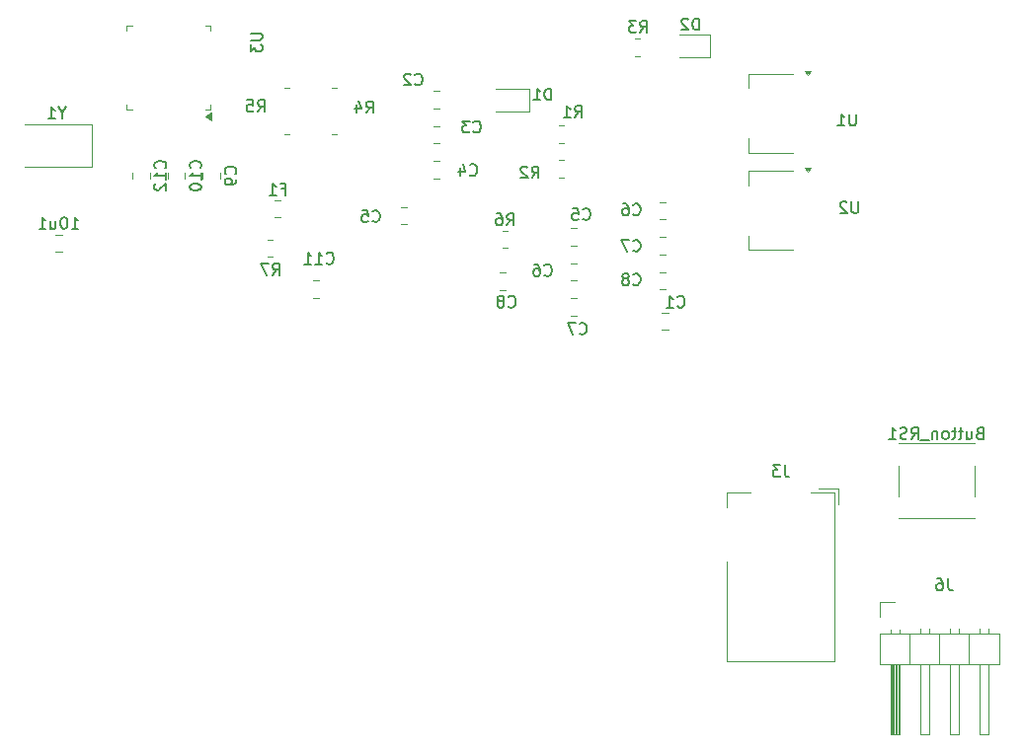
<source format=gbr>
%TF.GenerationSoftware,KiCad,Pcbnew,8.0.1*%
%TF.CreationDate,2024-04-21T10:41:17+07:00*%
%TF.ProjectId,RIFD_Final,52494644-5f46-4696-9e61-6c2e6b696361,rev?*%
%TF.SameCoordinates,Original*%
%TF.FileFunction,Legend,Bot*%
%TF.FilePolarity,Positive*%
%FSLAX46Y46*%
G04 Gerber Fmt 4.6, Leading zero omitted, Abs format (unit mm)*
G04 Created by KiCad (PCBNEW 8.0.1) date 2024-04-21 10:41:17*
%MOMM*%
%LPD*%
G01*
G04 APERTURE LIST*
%ADD10C,0.150000*%
%ADD11C,0.120000*%
G04 APERTURE END LIST*
D10*
X112541666Y-76214580D02*
X112589285Y-76262200D01*
X112589285Y-76262200D02*
X112732142Y-76309819D01*
X112732142Y-76309819D02*
X112827380Y-76309819D01*
X112827380Y-76309819D02*
X112970237Y-76262200D01*
X112970237Y-76262200D02*
X113065475Y-76166961D01*
X113065475Y-76166961D02*
X113113094Y-76071723D01*
X113113094Y-76071723D02*
X113160713Y-75881247D01*
X113160713Y-75881247D02*
X113160713Y-75738390D01*
X113160713Y-75738390D02*
X113113094Y-75547914D01*
X113113094Y-75547914D02*
X113065475Y-75452676D01*
X113065475Y-75452676D02*
X112970237Y-75357438D01*
X112970237Y-75357438D02*
X112827380Y-75309819D01*
X112827380Y-75309819D02*
X112732142Y-75309819D01*
X112732142Y-75309819D02*
X112589285Y-75357438D01*
X112589285Y-75357438D02*
X112541666Y-75405057D01*
X112160713Y-75405057D02*
X112113094Y-75357438D01*
X112113094Y-75357438D02*
X112017856Y-75309819D01*
X112017856Y-75309819D02*
X111779761Y-75309819D01*
X111779761Y-75309819D02*
X111684523Y-75357438D01*
X111684523Y-75357438D02*
X111636904Y-75405057D01*
X111636904Y-75405057D02*
X111589285Y-75500295D01*
X111589285Y-75500295D02*
X111589285Y-75595533D01*
X111589285Y-75595533D02*
X111636904Y-75738390D01*
X111636904Y-75738390D02*
X112208332Y-76309819D01*
X112208332Y-76309819D02*
X111589285Y-76309819D01*
X98429819Y-71863095D02*
X99239342Y-71863095D01*
X99239342Y-71863095D02*
X99334580Y-71910714D01*
X99334580Y-71910714D02*
X99382200Y-71958333D01*
X99382200Y-71958333D02*
X99429819Y-72053571D01*
X99429819Y-72053571D02*
X99429819Y-72244047D01*
X99429819Y-72244047D02*
X99382200Y-72339285D01*
X99382200Y-72339285D02*
X99334580Y-72386904D01*
X99334580Y-72386904D02*
X99239342Y-72434523D01*
X99239342Y-72434523D02*
X98429819Y-72434523D01*
X98429819Y-72815476D02*
X98429819Y-73434523D01*
X98429819Y-73434523D02*
X98810771Y-73101190D01*
X98810771Y-73101190D02*
X98810771Y-73244047D01*
X98810771Y-73244047D02*
X98858390Y-73339285D01*
X98858390Y-73339285D02*
X98906009Y-73386904D01*
X98906009Y-73386904D02*
X99001247Y-73434523D01*
X99001247Y-73434523D02*
X99239342Y-73434523D01*
X99239342Y-73434523D02*
X99334580Y-73386904D01*
X99334580Y-73386904D02*
X99382200Y-73339285D01*
X99382200Y-73339285D02*
X99429819Y-73244047D01*
X99429819Y-73244047D02*
X99429819Y-72958333D01*
X99429819Y-72958333D02*
X99382200Y-72863095D01*
X99382200Y-72863095D02*
X99334580Y-72815476D01*
X108901666Y-87934580D02*
X108949285Y-87982200D01*
X108949285Y-87982200D02*
X109092142Y-88029819D01*
X109092142Y-88029819D02*
X109187380Y-88029819D01*
X109187380Y-88029819D02*
X109330237Y-87982200D01*
X109330237Y-87982200D02*
X109425475Y-87886961D01*
X109425475Y-87886961D02*
X109473094Y-87791723D01*
X109473094Y-87791723D02*
X109520713Y-87601247D01*
X109520713Y-87601247D02*
X109520713Y-87458390D01*
X109520713Y-87458390D02*
X109473094Y-87267914D01*
X109473094Y-87267914D02*
X109425475Y-87172676D01*
X109425475Y-87172676D02*
X109330237Y-87077438D01*
X109330237Y-87077438D02*
X109187380Y-87029819D01*
X109187380Y-87029819D02*
X109092142Y-87029819D01*
X109092142Y-87029819D02*
X108949285Y-87077438D01*
X108949285Y-87077438D02*
X108901666Y-87125057D01*
X107996904Y-87029819D02*
X108473094Y-87029819D01*
X108473094Y-87029819D02*
X108520713Y-87506009D01*
X108520713Y-87506009D02*
X108473094Y-87458390D01*
X108473094Y-87458390D02*
X108377856Y-87410771D01*
X108377856Y-87410771D02*
X108139761Y-87410771D01*
X108139761Y-87410771D02*
X108044523Y-87458390D01*
X108044523Y-87458390D02*
X107996904Y-87506009D01*
X107996904Y-87506009D02*
X107949285Y-87601247D01*
X107949285Y-87601247D02*
X107949285Y-87839342D01*
X107949285Y-87839342D02*
X107996904Y-87934580D01*
X107996904Y-87934580D02*
X108044523Y-87982200D01*
X108044523Y-87982200D02*
X108139761Y-88029819D01*
X108139761Y-88029819D02*
X108377856Y-88029819D01*
X108377856Y-88029819D02*
X108473094Y-87982200D01*
X108473094Y-87982200D02*
X108520713Y-87934580D01*
X136900594Y-71579819D02*
X136900594Y-70579819D01*
X136900594Y-70579819D02*
X136662499Y-70579819D01*
X136662499Y-70579819D02*
X136519642Y-70627438D01*
X136519642Y-70627438D02*
X136424404Y-70722676D01*
X136424404Y-70722676D02*
X136376785Y-70817914D01*
X136376785Y-70817914D02*
X136329166Y-71008390D01*
X136329166Y-71008390D02*
X136329166Y-71151247D01*
X136329166Y-71151247D02*
X136376785Y-71341723D01*
X136376785Y-71341723D02*
X136424404Y-71436961D01*
X136424404Y-71436961D02*
X136519642Y-71532200D01*
X136519642Y-71532200D02*
X136662499Y-71579819D01*
X136662499Y-71579819D02*
X136900594Y-71579819D01*
X135948213Y-70675057D02*
X135900594Y-70627438D01*
X135900594Y-70627438D02*
X135805356Y-70579819D01*
X135805356Y-70579819D02*
X135567261Y-70579819D01*
X135567261Y-70579819D02*
X135472023Y-70627438D01*
X135472023Y-70627438D02*
X135424404Y-70675057D01*
X135424404Y-70675057D02*
X135376785Y-70770295D01*
X135376785Y-70770295D02*
X135376785Y-70865533D01*
X135376785Y-70865533D02*
X135424404Y-71008390D01*
X135424404Y-71008390D02*
X135995832Y-71579819D01*
X135995832Y-71579819D02*
X135376785Y-71579819D01*
X150336904Y-78779819D02*
X150336904Y-79589342D01*
X150336904Y-79589342D02*
X150289285Y-79684580D01*
X150289285Y-79684580D02*
X150241666Y-79732200D01*
X150241666Y-79732200D02*
X150146428Y-79779819D01*
X150146428Y-79779819D02*
X149955952Y-79779819D01*
X149955952Y-79779819D02*
X149860714Y-79732200D01*
X149860714Y-79732200D02*
X149813095Y-79684580D01*
X149813095Y-79684580D02*
X149765476Y-79589342D01*
X149765476Y-79589342D02*
X149765476Y-78779819D01*
X148765476Y-79779819D02*
X149336904Y-79779819D01*
X149051190Y-79779819D02*
X149051190Y-78779819D01*
X149051190Y-78779819D02*
X149146428Y-78922676D01*
X149146428Y-78922676D02*
X149241666Y-79017914D01*
X149241666Y-79017914D02*
X149336904Y-79065533D01*
X135041666Y-95284580D02*
X135089285Y-95332200D01*
X135089285Y-95332200D02*
X135232142Y-95379819D01*
X135232142Y-95379819D02*
X135327380Y-95379819D01*
X135327380Y-95379819D02*
X135470237Y-95332200D01*
X135470237Y-95332200D02*
X135565475Y-95236961D01*
X135565475Y-95236961D02*
X135613094Y-95141723D01*
X135613094Y-95141723D02*
X135660713Y-94951247D01*
X135660713Y-94951247D02*
X135660713Y-94808390D01*
X135660713Y-94808390D02*
X135613094Y-94617914D01*
X135613094Y-94617914D02*
X135565475Y-94522676D01*
X135565475Y-94522676D02*
X135470237Y-94427438D01*
X135470237Y-94427438D02*
X135327380Y-94379819D01*
X135327380Y-94379819D02*
X135232142Y-94379819D01*
X135232142Y-94379819D02*
X135089285Y-94427438D01*
X135089285Y-94427438D02*
X135041666Y-94475057D01*
X134089285Y-95379819D02*
X134660713Y-95379819D01*
X134374999Y-95379819D02*
X134374999Y-94379819D01*
X134374999Y-94379819D02*
X134470237Y-94522676D01*
X134470237Y-94522676D02*
X134565475Y-94617914D01*
X134565475Y-94617914D02*
X134660713Y-94665533D01*
X123641666Y-92584580D02*
X123689285Y-92632200D01*
X123689285Y-92632200D02*
X123832142Y-92679819D01*
X123832142Y-92679819D02*
X123927380Y-92679819D01*
X123927380Y-92679819D02*
X124070237Y-92632200D01*
X124070237Y-92632200D02*
X124165475Y-92536961D01*
X124165475Y-92536961D02*
X124213094Y-92441723D01*
X124213094Y-92441723D02*
X124260713Y-92251247D01*
X124260713Y-92251247D02*
X124260713Y-92108390D01*
X124260713Y-92108390D02*
X124213094Y-91917914D01*
X124213094Y-91917914D02*
X124165475Y-91822676D01*
X124165475Y-91822676D02*
X124070237Y-91727438D01*
X124070237Y-91727438D02*
X123927380Y-91679819D01*
X123927380Y-91679819D02*
X123832142Y-91679819D01*
X123832142Y-91679819D02*
X123689285Y-91727438D01*
X123689285Y-91727438D02*
X123641666Y-91775057D01*
X122784523Y-91679819D02*
X122974999Y-91679819D01*
X122974999Y-91679819D02*
X123070237Y-91727438D01*
X123070237Y-91727438D02*
X123117856Y-91775057D01*
X123117856Y-91775057D02*
X123213094Y-91917914D01*
X123213094Y-91917914D02*
X123260713Y-92108390D01*
X123260713Y-92108390D02*
X123260713Y-92489342D01*
X123260713Y-92489342D02*
X123213094Y-92584580D01*
X123213094Y-92584580D02*
X123165475Y-92632200D01*
X123165475Y-92632200D02*
X123070237Y-92679819D01*
X123070237Y-92679819D02*
X122879761Y-92679819D01*
X122879761Y-92679819D02*
X122784523Y-92632200D01*
X122784523Y-92632200D02*
X122736904Y-92584580D01*
X122736904Y-92584580D02*
X122689285Y-92489342D01*
X122689285Y-92489342D02*
X122689285Y-92251247D01*
X122689285Y-92251247D02*
X122736904Y-92156009D01*
X122736904Y-92156009D02*
X122784523Y-92108390D01*
X122784523Y-92108390D02*
X122879761Y-92060771D01*
X122879761Y-92060771D02*
X123070237Y-92060771D01*
X123070237Y-92060771D02*
X123165475Y-92108390D01*
X123165475Y-92108390D02*
X123213094Y-92156009D01*
X123213094Y-92156009D02*
X123260713Y-92251247D01*
X126641666Y-97584580D02*
X126689285Y-97632200D01*
X126689285Y-97632200D02*
X126832142Y-97679819D01*
X126832142Y-97679819D02*
X126927380Y-97679819D01*
X126927380Y-97679819D02*
X127070237Y-97632200D01*
X127070237Y-97632200D02*
X127165475Y-97536961D01*
X127165475Y-97536961D02*
X127213094Y-97441723D01*
X127213094Y-97441723D02*
X127260713Y-97251247D01*
X127260713Y-97251247D02*
X127260713Y-97108390D01*
X127260713Y-97108390D02*
X127213094Y-96917914D01*
X127213094Y-96917914D02*
X127165475Y-96822676D01*
X127165475Y-96822676D02*
X127070237Y-96727438D01*
X127070237Y-96727438D02*
X126927380Y-96679819D01*
X126927380Y-96679819D02*
X126832142Y-96679819D01*
X126832142Y-96679819D02*
X126689285Y-96727438D01*
X126689285Y-96727438D02*
X126641666Y-96775057D01*
X126308332Y-96679819D02*
X125641666Y-96679819D01*
X125641666Y-96679819D02*
X126070237Y-97679819D01*
X150536904Y-86279819D02*
X150536904Y-87089342D01*
X150536904Y-87089342D02*
X150489285Y-87184580D01*
X150489285Y-87184580D02*
X150441666Y-87232200D01*
X150441666Y-87232200D02*
X150346428Y-87279819D01*
X150346428Y-87279819D02*
X150155952Y-87279819D01*
X150155952Y-87279819D02*
X150060714Y-87232200D01*
X150060714Y-87232200D02*
X150013095Y-87184580D01*
X150013095Y-87184580D02*
X149965476Y-87089342D01*
X149965476Y-87089342D02*
X149965476Y-86279819D01*
X149536904Y-86375057D02*
X149489285Y-86327438D01*
X149489285Y-86327438D02*
X149394047Y-86279819D01*
X149394047Y-86279819D02*
X149155952Y-86279819D01*
X149155952Y-86279819D02*
X149060714Y-86327438D01*
X149060714Y-86327438D02*
X149013095Y-86375057D01*
X149013095Y-86375057D02*
X148965476Y-86470295D01*
X148965476Y-86470295D02*
X148965476Y-86565533D01*
X148965476Y-86565533D02*
X149013095Y-86708390D01*
X149013095Y-86708390D02*
X149584523Y-87279819D01*
X149584523Y-87279819D02*
X148965476Y-87279819D01*
X158233333Y-118654819D02*
X158233333Y-119369104D01*
X158233333Y-119369104D02*
X158280952Y-119511961D01*
X158280952Y-119511961D02*
X158376190Y-119607200D01*
X158376190Y-119607200D02*
X158519047Y-119654819D01*
X158519047Y-119654819D02*
X158614285Y-119654819D01*
X157328571Y-118654819D02*
X157519047Y-118654819D01*
X157519047Y-118654819D02*
X157614285Y-118702438D01*
X157614285Y-118702438D02*
X157661904Y-118750057D01*
X157661904Y-118750057D02*
X157757142Y-118892914D01*
X157757142Y-118892914D02*
X157804761Y-119083390D01*
X157804761Y-119083390D02*
X157804761Y-119464342D01*
X157804761Y-119464342D02*
X157757142Y-119559580D01*
X157757142Y-119559580D02*
X157709523Y-119607200D01*
X157709523Y-119607200D02*
X157614285Y-119654819D01*
X157614285Y-119654819D02*
X157423809Y-119654819D01*
X157423809Y-119654819D02*
X157328571Y-119607200D01*
X157328571Y-119607200D02*
X157280952Y-119559580D01*
X157280952Y-119559580D02*
X157233333Y-119464342D01*
X157233333Y-119464342D02*
X157233333Y-119226247D01*
X157233333Y-119226247D02*
X157280952Y-119131009D01*
X157280952Y-119131009D02*
X157328571Y-119083390D01*
X157328571Y-119083390D02*
X157423809Y-119035771D01*
X157423809Y-119035771D02*
X157614285Y-119035771D01*
X157614285Y-119035771D02*
X157709523Y-119083390D01*
X157709523Y-119083390D02*
X157757142Y-119131009D01*
X157757142Y-119131009D02*
X157804761Y-119226247D01*
X131241666Y-90484580D02*
X131289285Y-90532200D01*
X131289285Y-90532200D02*
X131432142Y-90579819D01*
X131432142Y-90579819D02*
X131527380Y-90579819D01*
X131527380Y-90579819D02*
X131670237Y-90532200D01*
X131670237Y-90532200D02*
X131765475Y-90436961D01*
X131765475Y-90436961D02*
X131813094Y-90341723D01*
X131813094Y-90341723D02*
X131860713Y-90151247D01*
X131860713Y-90151247D02*
X131860713Y-90008390D01*
X131860713Y-90008390D02*
X131813094Y-89817914D01*
X131813094Y-89817914D02*
X131765475Y-89722676D01*
X131765475Y-89722676D02*
X131670237Y-89627438D01*
X131670237Y-89627438D02*
X131527380Y-89579819D01*
X131527380Y-89579819D02*
X131432142Y-89579819D01*
X131432142Y-89579819D02*
X131289285Y-89627438D01*
X131289285Y-89627438D02*
X131241666Y-89675057D01*
X130908332Y-89579819D02*
X130241666Y-89579819D01*
X130241666Y-89579819D02*
X130670237Y-90579819D01*
X126941666Y-87784580D02*
X126989285Y-87832200D01*
X126989285Y-87832200D02*
X127132142Y-87879819D01*
X127132142Y-87879819D02*
X127227380Y-87879819D01*
X127227380Y-87879819D02*
X127370237Y-87832200D01*
X127370237Y-87832200D02*
X127465475Y-87736961D01*
X127465475Y-87736961D02*
X127513094Y-87641723D01*
X127513094Y-87641723D02*
X127560713Y-87451247D01*
X127560713Y-87451247D02*
X127560713Y-87308390D01*
X127560713Y-87308390D02*
X127513094Y-87117914D01*
X127513094Y-87117914D02*
X127465475Y-87022676D01*
X127465475Y-87022676D02*
X127370237Y-86927438D01*
X127370237Y-86927438D02*
X127227380Y-86879819D01*
X127227380Y-86879819D02*
X127132142Y-86879819D01*
X127132142Y-86879819D02*
X126989285Y-86927438D01*
X126989285Y-86927438D02*
X126941666Y-86975057D01*
X126036904Y-86879819D02*
X126513094Y-86879819D01*
X126513094Y-86879819D02*
X126560713Y-87356009D01*
X126560713Y-87356009D02*
X126513094Y-87308390D01*
X126513094Y-87308390D02*
X126417856Y-87260771D01*
X126417856Y-87260771D02*
X126179761Y-87260771D01*
X126179761Y-87260771D02*
X126084523Y-87308390D01*
X126084523Y-87308390D02*
X126036904Y-87356009D01*
X126036904Y-87356009D02*
X125989285Y-87451247D01*
X125989285Y-87451247D02*
X125989285Y-87689342D01*
X125989285Y-87689342D02*
X126036904Y-87784580D01*
X126036904Y-87784580D02*
X126084523Y-87832200D01*
X126084523Y-87832200D02*
X126179761Y-87879819D01*
X126179761Y-87879819D02*
X126417856Y-87879819D01*
X126417856Y-87879819D02*
X126513094Y-87832200D01*
X126513094Y-87832200D02*
X126560713Y-87784580D01*
X126241666Y-79079819D02*
X126574999Y-78603628D01*
X126813094Y-79079819D02*
X126813094Y-78079819D01*
X126813094Y-78079819D02*
X126432142Y-78079819D01*
X126432142Y-78079819D02*
X126336904Y-78127438D01*
X126336904Y-78127438D02*
X126289285Y-78175057D01*
X126289285Y-78175057D02*
X126241666Y-78270295D01*
X126241666Y-78270295D02*
X126241666Y-78413152D01*
X126241666Y-78413152D02*
X126289285Y-78508390D01*
X126289285Y-78508390D02*
X126336904Y-78556009D01*
X126336904Y-78556009D02*
X126432142Y-78603628D01*
X126432142Y-78603628D02*
X126813094Y-78603628D01*
X125289285Y-79079819D02*
X125860713Y-79079819D01*
X125574999Y-79079819D02*
X125574999Y-78079819D01*
X125574999Y-78079819D02*
X125670237Y-78222676D01*
X125670237Y-78222676D02*
X125765475Y-78317914D01*
X125765475Y-78317914D02*
X125860713Y-78365533D01*
X101108333Y-85206009D02*
X101441666Y-85206009D01*
X101441666Y-85729819D02*
X101441666Y-84729819D01*
X101441666Y-84729819D02*
X100965476Y-84729819D01*
X100060714Y-85729819D02*
X100632142Y-85729819D01*
X100346428Y-85729819D02*
X100346428Y-84729819D01*
X100346428Y-84729819D02*
X100441666Y-84872676D01*
X100441666Y-84872676D02*
X100536904Y-84967914D01*
X100536904Y-84967914D02*
X100632142Y-85015533D01*
X144233333Y-108904819D02*
X144233333Y-109619104D01*
X144233333Y-109619104D02*
X144280952Y-109761961D01*
X144280952Y-109761961D02*
X144376190Y-109857200D01*
X144376190Y-109857200D02*
X144519047Y-109904819D01*
X144519047Y-109904819D02*
X144614285Y-109904819D01*
X143852380Y-108904819D02*
X143233333Y-108904819D01*
X143233333Y-108904819D02*
X143566666Y-109285771D01*
X143566666Y-109285771D02*
X143423809Y-109285771D01*
X143423809Y-109285771D02*
X143328571Y-109333390D01*
X143328571Y-109333390D02*
X143280952Y-109381009D01*
X143280952Y-109381009D02*
X143233333Y-109476247D01*
X143233333Y-109476247D02*
X143233333Y-109714342D01*
X143233333Y-109714342D02*
X143280952Y-109809580D01*
X143280952Y-109809580D02*
X143328571Y-109857200D01*
X143328571Y-109857200D02*
X143423809Y-109904819D01*
X143423809Y-109904819D02*
X143709523Y-109904819D01*
X143709523Y-109904819D02*
X143804761Y-109857200D01*
X143804761Y-109857200D02*
X143852380Y-109809580D01*
X117541666Y-80284580D02*
X117589285Y-80332200D01*
X117589285Y-80332200D02*
X117732142Y-80379819D01*
X117732142Y-80379819D02*
X117827380Y-80379819D01*
X117827380Y-80379819D02*
X117970237Y-80332200D01*
X117970237Y-80332200D02*
X118065475Y-80236961D01*
X118065475Y-80236961D02*
X118113094Y-80141723D01*
X118113094Y-80141723D02*
X118160713Y-79951247D01*
X118160713Y-79951247D02*
X118160713Y-79808390D01*
X118160713Y-79808390D02*
X118113094Y-79617914D01*
X118113094Y-79617914D02*
X118065475Y-79522676D01*
X118065475Y-79522676D02*
X117970237Y-79427438D01*
X117970237Y-79427438D02*
X117827380Y-79379819D01*
X117827380Y-79379819D02*
X117732142Y-79379819D01*
X117732142Y-79379819D02*
X117589285Y-79427438D01*
X117589285Y-79427438D02*
X117541666Y-79475057D01*
X117208332Y-79379819D02*
X116589285Y-79379819D01*
X116589285Y-79379819D02*
X116922618Y-79760771D01*
X116922618Y-79760771D02*
X116779761Y-79760771D01*
X116779761Y-79760771D02*
X116684523Y-79808390D01*
X116684523Y-79808390D02*
X116636904Y-79856009D01*
X116636904Y-79856009D02*
X116589285Y-79951247D01*
X116589285Y-79951247D02*
X116589285Y-80189342D01*
X116589285Y-80189342D02*
X116636904Y-80284580D01*
X116636904Y-80284580D02*
X116684523Y-80332200D01*
X116684523Y-80332200D02*
X116779761Y-80379819D01*
X116779761Y-80379819D02*
X117065475Y-80379819D01*
X117065475Y-80379819D02*
X117160713Y-80332200D01*
X117160713Y-80332200D02*
X117208332Y-80284580D01*
X120414166Y-88324819D02*
X120747499Y-87848628D01*
X120985594Y-88324819D02*
X120985594Y-87324819D01*
X120985594Y-87324819D02*
X120604642Y-87324819D01*
X120604642Y-87324819D02*
X120509404Y-87372438D01*
X120509404Y-87372438D02*
X120461785Y-87420057D01*
X120461785Y-87420057D02*
X120414166Y-87515295D01*
X120414166Y-87515295D02*
X120414166Y-87658152D01*
X120414166Y-87658152D02*
X120461785Y-87753390D01*
X120461785Y-87753390D02*
X120509404Y-87801009D01*
X120509404Y-87801009D02*
X120604642Y-87848628D01*
X120604642Y-87848628D02*
X120985594Y-87848628D01*
X119557023Y-87324819D02*
X119747499Y-87324819D01*
X119747499Y-87324819D02*
X119842737Y-87372438D01*
X119842737Y-87372438D02*
X119890356Y-87420057D01*
X119890356Y-87420057D02*
X119985594Y-87562914D01*
X119985594Y-87562914D02*
X120033213Y-87753390D01*
X120033213Y-87753390D02*
X120033213Y-88134342D01*
X120033213Y-88134342D02*
X119985594Y-88229580D01*
X119985594Y-88229580D02*
X119937975Y-88277200D01*
X119937975Y-88277200D02*
X119842737Y-88324819D01*
X119842737Y-88324819D02*
X119652261Y-88324819D01*
X119652261Y-88324819D02*
X119557023Y-88277200D01*
X119557023Y-88277200D02*
X119509404Y-88229580D01*
X119509404Y-88229580D02*
X119461785Y-88134342D01*
X119461785Y-88134342D02*
X119461785Y-87896247D01*
X119461785Y-87896247D02*
X119509404Y-87801009D01*
X119509404Y-87801009D02*
X119557023Y-87753390D01*
X119557023Y-87753390D02*
X119652261Y-87705771D01*
X119652261Y-87705771D02*
X119842737Y-87705771D01*
X119842737Y-87705771D02*
X119937975Y-87753390D01*
X119937975Y-87753390D02*
X119985594Y-87801009D01*
X119985594Y-87801009D02*
X120033213Y-87896247D01*
X82276190Y-78678628D02*
X82276190Y-79154819D01*
X82609523Y-78154819D02*
X82276190Y-78678628D01*
X82276190Y-78678628D02*
X81942857Y-78154819D01*
X81085714Y-79154819D02*
X81657142Y-79154819D01*
X81371428Y-79154819D02*
X81371428Y-78154819D01*
X81371428Y-78154819D02*
X81466666Y-78297676D01*
X81466666Y-78297676D02*
X81561904Y-78392914D01*
X81561904Y-78392914D02*
X81657142Y-78440533D01*
X160940476Y-106131009D02*
X160797619Y-106178628D01*
X160797619Y-106178628D02*
X160750000Y-106226247D01*
X160750000Y-106226247D02*
X160702381Y-106321485D01*
X160702381Y-106321485D02*
X160702381Y-106464342D01*
X160702381Y-106464342D02*
X160750000Y-106559580D01*
X160750000Y-106559580D02*
X160797619Y-106607200D01*
X160797619Y-106607200D02*
X160892857Y-106654819D01*
X160892857Y-106654819D02*
X161273809Y-106654819D01*
X161273809Y-106654819D02*
X161273809Y-105654819D01*
X161273809Y-105654819D02*
X160940476Y-105654819D01*
X160940476Y-105654819D02*
X160845238Y-105702438D01*
X160845238Y-105702438D02*
X160797619Y-105750057D01*
X160797619Y-105750057D02*
X160750000Y-105845295D01*
X160750000Y-105845295D02*
X160750000Y-105940533D01*
X160750000Y-105940533D02*
X160797619Y-106035771D01*
X160797619Y-106035771D02*
X160845238Y-106083390D01*
X160845238Y-106083390D02*
X160940476Y-106131009D01*
X160940476Y-106131009D02*
X161273809Y-106131009D01*
X159845238Y-105988152D02*
X159845238Y-106654819D01*
X160273809Y-105988152D02*
X160273809Y-106511961D01*
X160273809Y-106511961D02*
X160226190Y-106607200D01*
X160226190Y-106607200D02*
X160130952Y-106654819D01*
X160130952Y-106654819D02*
X159988095Y-106654819D01*
X159988095Y-106654819D02*
X159892857Y-106607200D01*
X159892857Y-106607200D02*
X159845238Y-106559580D01*
X159511904Y-105988152D02*
X159130952Y-105988152D01*
X159369047Y-105654819D02*
X159369047Y-106511961D01*
X159369047Y-106511961D02*
X159321428Y-106607200D01*
X159321428Y-106607200D02*
X159226190Y-106654819D01*
X159226190Y-106654819D02*
X159130952Y-106654819D01*
X158940475Y-105988152D02*
X158559523Y-105988152D01*
X158797618Y-105654819D02*
X158797618Y-106511961D01*
X158797618Y-106511961D02*
X158749999Y-106607200D01*
X158749999Y-106607200D02*
X158654761Y-106654819D01*
X158654761Y-106654819D02*
X158559523Y-106654819D01*
X158083332Y-106654819D02*
X158178570Y-106607200D01*
X158178570Y-106607200D02*
X158226189Y-106559580D01*
X158226189Y-106559580D02*
X158273808Y-106464342D01*
X158273808Y-106464342D02*
X158273808Y-106178628D01*
X158273808Y-106178628D02*
X158226189Y-106083390D01*
X158226189Y-106083390D02*
X158178570Y-106035771D01*
X158178570Y-106035771D02*
X158083332Y-105988152D01*
X158083332Y-105988152D02*
X157940475Y-105988152D01*
X157940475Y-105988152D02*
X157845237Y-106035771D01*
X157845237Y-106035771D02*
X157797618Y-106083390D01*
X157797618Y-106083390D02*
X157749999Y-106178628D01*
X157749999Y-106178628D02*
X157749999Y-106464342D01*
X157749999Y-106464342D02*
X157797618Y-106559580D01*
X157797618Y-106559580D02*
X157845237Y-106607200D01*
X157845237Y-106607200D02*
X157940475Y-106654819D01*
X157940475Y-106654819D02*
X158083332Y-106654819D01*
X157321427Y-105988152D02*
X157321427Y-106654819D01*
X157321427Y-106083390D02*
X157273808Y-106035771D01*
X157273808Y-106035771D02*
X157178570Y-105988152D01*
X157178570Y-105988152D02*
X157035713Y-105988152D01*
X157035713Y-105988152D02*
X156940475Y-106035771D01*
X156940475Y-106035771D02*
X156892856Y-106131009D01*
X156892856Y-106131009D02*
X156892856Y-106654819D01*
X156654761Y-106750057D02*
X155892856Y-106750057D01*
X155083332Y-106654819D02*
X155416665Y-106178628D01*
X155654760Y-106654819D02*
X155654760Y-105654819D01*
X155654760Y-105654819D02*
X155273808Y-105654819D01*
X155273808Y-105654819D02*
X155178570Y-105702438D01*
X155178570Y-105702438D02*
X155130951Y-105750057D01*
X155130951Y-105750057D02*
X155083332Y-105845295D01*
X155083332Y-105845295D02*
X155083332Y-105988152D01*
X155083332Y-105988152D02*
X155130951Y-106083390D01*
X155130951Y-106083390D02*
X155178570Y-106131009D01*
X155178570Y-106131009D02*
X155273808Y-106178628D01*
X155273808Y-106178628D02*
X155654760Y-106178628D01*
X154702379Y-106607200D02*
X154559522Y-106654819D01*
X154559522Y-106654819D02*
X154321427Y-106654819D01*
X154321427Y-106654819D02*
X154226189Y-106607200D01*
X154226189Y-106607200D02*
X154178570Y-106559580D01*
X154178570Y-106559580D02*
X154130951Y-106464342D01*
X154130951Y-106464342D02*
X154130951Y-106369104D01*
X154130951Y-106369104D02*
X154178570Y-106273866D01*
X154178570Y-106273866D02*
X154226189Y-106226247D01*
X154226189Y-106226247D02*
X154321427Y-106178628D01*
X154321427Y-106178628D02*
X154511903Y-106131009D01*
X154511903Y-106131009D02*
X154607141Y-106083390D01*
X154607141Y-106083390D02*
X154654760Y-106035771D01*
X154654760Y-106035771D02*
X154702379Y-105940533D01*
X154702379Y-105940533D02*
X154702379Y-105845295D01*
X154702379Y-105845295D02*
X154654760Y-105750057D01*
X154654760Y-105750057D02*
X154607141Y-105702438D01*
X154607141Y-105702438D02*
X154511903Y-105654819D01*
X154511903Y-105654819D02*
X154273808Y-105654819D01*
X154273808Y-105654819D02*
X154130951Y-105702438D01*
X153178570Y-106654819D02*
X153749998Y-106654819D01*
X153464284Y-106654819D02*
X153464284Y-105654819D01*
X153464284Y-105654819D02*
X153559522Y-105797676D01*
X153559522Y-105797676D02*
X153654760Y-105892914D01*
X153654760Y-105892914D02*
X153749998Y-105940533D01*
X83104047Y-88624819D02*
X83675475Y-88624819D01*
X83389761Y-88624819D02*
X83389761Y-87624819D01*
X83389761Y-87624819D02*
X83484999Y-87767676D01*
X83484999Y-87767676D02*
X83580237Y-87862914D01*
X83580237Y-87862914D02*
X83675475Y-87910533D01*
X82484999Y-87624819D02*
X82389761Y-87624819D01*
X82389761Y-87624819D02*
X82294523Y-87672438D01*
X82294523Y-87672438D02*
X82246904Y-87720057D01*
X82246904Y-87720057D02*
X82199285Y-87815295D01*
X82199285Y-87815295D02*
X82151666Y-88005771D01*
X82151666Y-88005771D02*
X82151666Y-88243866D01*
X82151666Y-88243866D02*
X82199285Y-88434342D01*
X82199285Y-88434342D02*
X82246904Y-88529580D01*
X82246904Y-88529580D02*
X82294523Y-88577200D01*
X82294523Y-88577200D02*
X82389761Y-88624819D01*
X82389761Y-88624819D02*
X82484999Y-88624819D01*
X82484999Y-88624819D02*
X82580237Y-88577200D01*
X82580237Y-88577200D02*
X82627856Y-88529580D01*
X82627856Y-88529580D02*
X82675475Y-88434342D01*
X82675475Y-88434342D02*
X82723094Y-88243866D01*
X82723094Y-88243866D02*
X82723094Y-88005771D01*
X82723094Y-88005771D02*
X82675475Y-87815295D01*
X82675475Y-87815295D02*
X82627856Y-87720057D01*
X82627856Y-87720057D02*
X82580237Y-87672438D01*
X82580237Y-87672438D02*
X82484999Y-87624819D01*
X81294523Y-87958152D02*
X81294523Y-88624819D01*
X81723094Y-87958152D02*
X81723094Y-88481961D01*
X81723094Y-88481961D02*
X81675475Y-88577200D01*
X81675475Y-88577200D02*
X81580237Y-88624819D01*
X81580237Y-88624819D02*
X81437380Y-88624819D01*
X81437380Y-88624819D02*
X81342142Y-88577200D01*
X81342142Y-88577200D02*
X81294523Y-88529580D01*
X80294523Y-88624819D02*
X80865951Y-88624819D01*
X80580237Y-88624819D02*
X80580237Y-87624819D01*
X80580237Y-87624819D02*
X80675475Y-87767676D01*
X80675475Y-87767676D02*
X80770713Y-87862914D01*
X80770713Y-87862914D02*
X80865951Y-87910533D01*
X117241666Y-83984580D02*
X117289285Y-84032200D01*
X117289285Y-84032200D02*
X117432142Y-84079819D01*
X117432142Y-84079819D02*
X117527380Y-84079819D01*
X117527380Y-84079819D02*
X117670237Y-84032200D01*
X117670237Y-84032200D02*
X117765475Y-83936961D01*
X117765475Y-83936961D02*
X117813094Y-83841723D01*
X117813094Y-83841723D02*
X117860713Y-83651247D01*
X117860713Y-83651247D02*
X117860713Y-83508390D01*
X117860713Y-83508390D02*
X117813094Y-83317914D01*
X117813094Y-83317914D02*
X117765475Y-83222676D01*
X117765475Y-83222676D02*
X117670237Y-83127438D01*
X117670237Y-83127438D02*
X117527380Y-83079819D01*
X117527380Y-83079819D02*
X117432142Y-83079819D01*
X117432142Y-83079819D02*
X117289285Y-83127438D01*
X117289285Y-83127438D02*
X117241666Y-83175057D01*
X116384523Y-83413152D02*
X116384523Y-84079819D01*
X116622618Y-83032200D02*
X116860713Y-83746485D01*
X116860713Y-83746485D02*
X116241666Y-83746485D01*
X104942857Y-91559580D02*
X104990476Y-91607200D01*
X104990476Y-91607200D02*
X105133333Y-91654819D01*
X105133333Y-91654819D02*
X105228571Y-91654819D01*
X105228571Y-91654819D02*
X105371428Y-91607200D01*
X105371428Y-91607200D02*
X105466666Y-91511961D01*
X105466666Y-91511961D02*
X105514285Y-91416723D01*
X105514285Y-91416723D02*
X105561904Y-91226247D01*
X105561904Y-91226247D02*
X105561904Y-91083390D01*
X105561904Y-91083390D02*
X105514285Y-90892914D01*
X105514285Y-90892914D02*
X105466666Y-90797676D01*
X105466666Y-90797676D02*
X105371428Y-90702438D01*
X105371428Y-90702438D02*
X105228571Y-90654819D01*
X105228571Y-90654819D02*
X105133333Y-90654819D01*
X105133333Y-90654819D02*
X104990476Y-90702438D01*
X104990476Y-90702438D02*
X104942857Y-90750057D01*
X103990476Y-91654819D02*
X104561904Y-91654819D01*
X104276190Y-91654819D02*
X104276190Y-90654819D01*
X104276190Y-90654819D02*
X104371428Y-90797676D01*
X104371428Y-90797676D02*
X104466666Y-90892914D01*
X104466666Y-90892914D02*
X104561904Y-90940533D01*
X103038095Y-91654819D02*
X103609523Y-91654819D01*
X103323809Y-91654819D02*
X103323809Y-90654819D01*
X103323809Y-90654819D02*
X103419047Y-90797676D01*
X103419047Y-90797676D02*
X103514285Y-90892914D01*
X103514285Y-90892914D02*
X103609523Y-90940533D01*
X100341666Y-92594819D02*
X100674999Y-92118628D01*
X100913094Y-92594819D02*
X100913094Y-91594819D01*
X100913094Y-91594819D02*
X100532142Y-91594819D01*
X100532142Y-91594819D02*
X100436904Y-91642438D01*
X100436904Y-91642438D02*
X100389285Y-91690057D01*
X100389285Y-91690057D02*
X100341666Y-91785295D01*
X100341666Y-91785295D02*
X100341666Y-91928152D01*
X100341666Y-91928152D02*
X100389285Y-92023390D01*
X100389285Y-92023390D02*
X100436904Y-92071009D01*
X100436904Y-92071009D02*
X100532142Y-92118628D01*
X100532142Y-92118628D02*
X100913094Y-92118628D01*
X100008332Y-91594819D02*
X99341666Y-91594819D01*
X99341666Y-91594819D02*
X99770237Y-92594819D01*
X97114580Y-83908333D02*
X97162200Y-83860714D01*
X97162200Y-83860714D02*
X97209819Y-83717857D01*
X97209819Y-83717857D02*
X97209819Y-83622619D01*
X97209819Y-83622619D02*
X97162200Y-83479762D01*
X97162200Y-83479762D02*
X97066961Y-83384524D01*
X97066961Y-83384524D02*
X96971723Y-83336905D01*
X96971723Y-83336905D02*
X96781247Y-83289286D01*
X96781247Y-83289286D02*
X96638390Y-83289286D01*
X96638390Y-83289286D02*
X96447914Y-83336905D01*
X96447914Y-83336905D02*
X96352676Y-83384524D01*
X96352676Y-83384524D02*
X96257438Y-83479762D01*
X96257438Y-83479762D02*
X96209819Y-83622619D01*
X96209819Y-83622619D02*
X96209819Y-83717857D01*
X96209819Y-83717857D02*
X96257438Y-83860714D01*
X96257438Y-83860714D02*
X96305057Y-83908333D01*
X97209819Y-84384524D02*
X97209819Y-84575000D01*
X97209819Y-84575000D02*
X97162200Y-84670238D01*
X97162200Y-84670238D02*
X97114580Y-84717857D01*
X97114580Y-84717857D02*
X96971723Y-84813095D01*
X96971723Y-84813095D02*
X96781247Y-84860714D01*
X96781247Y-84860714D02*
X96400295Y-84860714D01*
X96400295Y-84860714D02*
X96305057Y-84813095D01*
X96305057Y-84813095D02*
X96257438Y-84765476D01*
X96257438Y-84765476D02*
X96209819Y-84670238D01*
X96209819Y-84670238D02*
X96209819Y-84479762D01*
X96209819Y-84479762D02*
X96257438Y-84384524D01*
X96257438Y-84384524D02*
X96305057Y-84336905D01*
X96305057Y-84336905D02*
X96400295Y-84289286D01*
X96400295Y-84289286D02*
X96638390Y-84289286D01*
X96638390Y-84289286D02*
X96733628Y-84336905D01*
X96733628Y-84336905D02*
X96781247Y-84384524D01*
X96781247Y-84384524D02*
X96828866Y-84479762D01*
X96828866Y-84479762D02*
X96828866Y-84670238D01*
X96828866Y-84670238D02*
X96781247Y-84765476D01*
X96781247Y-84765476D02*
X96733628Y-84813095D01*
X96733628Y-84813095D02*
X96638390Y-84860714D01*
X91094580Y-83432142D02*
X91142200Y-83384523D01*
X91142200Y-83384523D02*
X91189819Y-83241666D01*
X91189819Y-83241666D02*
X91189819Y-83146428D01*
X91189819Y-83146428D02*
X91142200Y-83003571D01*
X91142200Y-83003571D02*
X91046961Y-82908333D01*
X91046961Y-82908333D02*
X90951723Y-82860714D01*
X90951723Y-82860714D02*
X90761247Y-82813095D01*
X90761247Y-82813095D02*
X90618390Y-82813095D01*
X90618390Y-82813095D02*
X90427914Y-82860714D01*
X90427914Y-82860714D02*
X90332676Y-82908333D01*
X90332676Y-82908333D02*
X90237438Y-83003571D01*
X90237438Y-83003571D02*
X90189819Y-83146428D01*
X90189819Y-83146428D02*
X90189819Y-83241666D01*
X90189819Y-83241666D02*
X90237438Y-83384523D01*
X90237438Y-83384523D02*
X90285057Y-83432142D01*
X91189819Y-84384523D02*
X91189819Y-83813095D01*
X91189819Y-84098809D02*
X90189819Y-84098809D01*
X90189819Y-84098809D02*
X90332676Y-84003571D01*
X90332676Y-84003571D02*
X90427914Y-83908333D01*
X90427914Y-83908333D02*
X90475533Y-83813095D01*
X90285057Y-84765476D02*
X90237438Y-84813095D01*
X90237438Y-84813095D02*
X90189819Y-84908333D01*
X90189819Y-84908333D02*
X90189819Y-85146428D01*
X90189819Y-85146428D02*
X90237438Y-85241666D01*
X90237438Y-85241666D02*
X90285057Y-85289285D01*
X90285057Y-85289285D02*
X90380295Y-85336904D01*
X90380295Y-85336904D02*
X90475533Y-85336904D01*
X90475533Y-85336904D02*
X90618390Y-85289285D01*
X90618390Y-85289285D02*
X91189819Y-84717857D01*
X91189819Y-84717857D02*
X91189819Y-85336904D01*
X108341666Y-78679819D02*
X108674999Y-78203628D01*
X108913094Y-78679819D02*
X108913094Y-77679819D01*
X108913094Y-77679819D02*
X108532142Y-77679819D01*
X108532142Y-77679819D02*
X108436904Y-77727438D01*
X108436904Y-77727438D02*
X108389285Y-77775057D01*
X108389285Y-77775057D02*
X108341666Y-77870295D01*
X108341666Y-77870295D02*
X108341666Y-78013152D01*
X108341666Y-78013152D02*
X108389285Y-78108390D01*
X108389285Y-78108390D02*
X108436904Y-78156009D01*
X108436904Y-78156009D02*
X108532142Y-78203628D01*
X108532142Y-78203628D02*
X108913094Y-78203628D01*
X107484523Y-78013152D02*
X107484523Y-78679819D01*
X107722618Y-77632200D02*
X107960713Y-78346485D01*
X107960713Y-78346485D02*
X107341666Y-78346485D01*
X131841666Y-71779819D02*
X132174999Y-71303628D01*
X132413094Y-71779819D02*
X132413094Y-70779819D01*
X132413094Y-70779819D02*
X132032142Y-70779819D01*
X132032142Y-70779819D02*
X131936904Y-70827438D01*
X131936904Y-70827438D02*
X131889285Y-70875057D01*
X131889285Y-70875057D02*
X131841666Y-70970295D01*
X131841666Y-70970295D02*
X131841666Y-71113152D01*
X131841666Y-71113152D02*
X131889285Y-71208390D01*
X131889285Y-71208390D02*
X131936904Y-71256009D01*
X131936904Y-71256009D02*
X132032142Y-71303628D01*
X132032142Y-71303628D02*
X132413094Y-71303628D01*
X131508332Y-70779819D02*
X130889285Y-70779819D01*
X130889285Y-70779819D02*
X131222618Y-71160771D01*
X131222618Y-71160771D02*
X131079761Y-71160771D01*
X131079761Y-71160771D02*
X130984523Y-71208390D01*
X130984523Y-71208390D02*
X130936904Y-71256009D01*
X130936904Y-71256009D02*
X130889285Y-71351247D01*
X130889285Y-71351247D02*
X130889285Y-71589342D01*
X130889285Y-71589342D02*
X130936904Y-71684580D01*
X130936904Y-71684580D02*
X130984523Y-71732200D01*
X130984523Y-71732200D02*
X131079761Y-71779819D01*
X131079761Y-71779819D02*
X131365475Y-71779819D01*
X131365475Y-71779819D02*
X131460713Y-71732200D01*
X131460713Y-71732200D02*
X131508332Y-71684580D01*
X131241666Y-93384580D02*
X131289285Y-93432200D01*
X131289285Y-93432200D02*
X131432142Y-93479819D01*
X131432142Y-93479819D02*
X131527380Y-93479819D01*
X131527380Y-93479819D02*
X131670237Y-93432200D01*
X131670237Y-93432200D02*
X131765475Y-93336961D01*
X131765475Y-93336961D02*
X131813094Y-93241723D01*
X131813094Y-93241723D02*
X131860713Y-93051247D01*
X131860713Y-93051247D02*
X131860713Y-92908390D01*
X131860713Y-92908390D02*
X131813094Y-92717914D01*
X131813094Y-92717914D02*
X131765475Y-92622676D01*
X131765475Y-92622676D02*
X131670237Y-92527438D01*
X131670237Y-92527438D02*
X131527380Y-92479819D01*
X131527380Y-92479819D02*
X131432142Y-92479819D01*
X131432142Y-92479819D02*
X131289285Y-92527438D01*
X131289285Y-92527438D02*
X131241666Y-92575057D01*
X130670237Y-92908390D02*
X130765475Y-92860771D01*
X130765475Y-92860771D02*
X130813094Y-92813152D01*
X130813094Y-92813152D02*
X130860713Y-92717914D01*
X130860713Y-92717914D02*
X130860713Y-92670295D01*
X130860713Y-92670295D02*
X130813094Y-92575057D01*
X130813094Y-92575057D02*
X130765475Y-92527438D01*
X130765475Y-92527438D02*
X130670237Y-92479819D01*
X130670237Y-92479819D02*
X130479761Y-92479819D01*
X130479761Y-92479819D02*
X130384523Y-92527438D01*
X130384523Y-92527438D02*
X130336904Y-92575057D01*
X130336904Y-92575057D02*
X130289285Y-92670295D01*
X130289285Y-92670295D02*
X130289285Y-92717914D01*
X130289285Y-92717914D02*
X130336904Y-92813152D01*
X130336904Y-92813152D02*
X130384523Y-92860771D01*
X130384523Y-92860771D02*
X130479761Y-92908390D01*
X130479761Y-92908390D02*
X130670237Y-92908390D01*
X130670237Y-92908390D02*
X130765475Y-92956009D01*
X130765475Y-92956009D02*
X130813094Y-93003628D01*
X130813094Y-93003628D02*
X130860713Y-93098866D01*
X130860713Y-93098866D02*
X130860713Y-93289342D01*
X130860713Y-93289342D02*
X130813094Y-93384580D01*
X130813094Y-93384580D02*
X130765475Y-93432200D01*
X130765475Y-93432200D02*
X130670237Y-93479819D01*
X130670237Y-93479819D02*
X130479761Y-93479819D01*
X130479761Y-93479819D02*
X130384523Y-93432200D01*
X130384523Y-93432200D02*
X130336904Y-93384580D01*
X130336904Y-93384580D02*
X130289285Y-93289342D01*
X130289285Y-93289342D02*
X130289285Y-93098866D01*
X130289285Y-93098866D02*
X130336904Y-93003628D01*
X130336904Y-93003628D02*
X130384523Y-92956009D01*
X130384523Y-92956009D02*
X130479761Y-92908390D01*
X120541666Y-95284580D02*
X120589285Y-95332200D01*
X120589285Y-95332200D02*
X120732142Y-95379819D01*
X120732142Y-95379819D02*
X120827380Y-95379819D01*
X120827380Y-95379819D02*
X120970237Y-95332200D01*
X120970237Y-95332200D02*
X121065475Y-95236961D01*
X121065475Y-95236961D02*
X121113094Y-95141723D01*
X121113094Y-95141723D02*
X121160713Y-94951247D01*
X121160713Y-94951247D02*
X121160713Y-94808390D01*
X121160713Y-94808390D02*
X121113094Y-94617914D01*
X121113094Y-94617914D02*
X121065475Y-94522676D01*
X121065475Y-94522676D02*
X120970237Y-94427438D01*
X120970237Y-94427438D02*
X120827380Y-94379819D01*
X120827380Y-94379819D02*
X120732142Y-94379819D01*
X120732142Y-94379819D02*
X120589285Y-94427438D01*
X120589285Y-94427438D02*
X120541666Y-94475057D01*
X119970237Y-94808390D02*
X120065475Y-94760771D01*
X120065475Y-94760771D02*
X120113094Y-94713152D01*
X120113094Y-94713152D02*
X120160713Y-94617914D01*
X120160713Y-94617914D02*
X120160713Y-94570295D01*
X120160713Y-94570295D02*
X120113094Y-94475057D01*
X120113094Y-94475057D02*
X120065475Y-94427438D01*
X120065475Y-94427438D02*
X119970237Y-94379819D01*
X119970237Y-94379819D02*
X119779761Y-94379819D01*
X119779761Y-94379819D02*
X119684523Y-94427438D01*
X119684523Y-94427438D02*
X119636904Y-94475057D01*
X119636904Y-94475057D02*
X119589285Y-94570295D01*
X119589285Y-94570295D02*
X119589285Y-94617914D01*
X119589285Y-94617914D02*
X119636904Y-94713152D01*
X119636904Y-94713152D02*
X119684523Y-94760771D01*
X119684523Y-94760771D02*
X119779761Y-94808390D01*
X119779761Y-94808390D02*
X119970237Y-94808390D01*
X119970237Y-94808390D02*
X120065475Y-94856009D01*
X120065475Y-94856009D02*
X120113094Y-94903628D01*
X120113094Y-94903628D02*
X120160713Y-94998866D01*
X120160713Y-94998866D02*
X120160713Y-95189342D01*
X120160713Y-95189342D02*
X120113094Y-95284580D01*
X120113094Y-95284580D02*
X120065475Y-95332200D01*
X120065475Y-95332200D02*
X119970237Y-95379819D01*
X119970237Y-95379819D02*
X119779761Y-95379819D01*
X119779761Y-95379819D02*
X119684523Y-95332200D01*
X119684523Y-95332200D02*
X119636904Y-95284580D01*
X119636904Y-95284580D02*
X119589285Y-95189342D01*
X119589285Y-95189342D02*
X119589285Y-94998866D01*
X119589285Y-94998866D02*
X119636904Y-94903628D01*
X119636904Y-94903628D02*
X119684523Y-94856009D01*
X119684523Y-94856009D02*
X119779761Y-94808390D01*
X124213094Y-77579819D02*
X124213094Y-76579819D01*
X124213094Y-76579819D02*
X123974999Y-76579819D01*
X123974999Y-76579819D02*
X123832142Y-76627438D01*
X123832142Y-76627438D02*
X123736904Y-76722676D01*
X123736904Y-76722676D02*
X123689285Y-76817914D01*
X123689285Y-76817914D02*
X123641666Y-77008390D01*
X123641666Y-77008390D02*
X123641666Y-77151247D01*
X123641666Y-77151247D02*
X123689285Y-77341723D01*
X123689285Y-77341723D02*
X123736904Y-77436961D01*
X123736904Y-77436961D02*
X123832142Y-77532200D01*
X123832142Y-77532200D02*
X123974999Y-77579819D01*
X123974999Y-77579819D02*
X124213094Y-77579819D01*
X122689285Y-77579819D02*
X123260713Y-77579819D01*
X122974999Y-77579819D02*
X122974999Y-76579819D01*
X122974999Y-76579819D02*
X123070237Y-76722676D01*
X123070237Y-76722676D02*
X123165475Y-76817914D01*
X123165475Y-76817914D02*
X123260713Y-76865533D01*
X99041666Y-78579819D02*
X99374999Y-78103628D01*
X99613094Y-78579819D02*
X99613094Y-77579819D01*
X99613094Y-77579819D02*
X99232142Y-77579819D01*
X99232142Y-77579819D02*
X99136904Y-77627438D01*
X99136904Y-77627438D02*
X99089285Y-77675057D01*
X99089285Y-77675057D02*
X99041666Y-77770295D01*
X99041666Y-77770295D02*
X99041666Y-77913152D01*
X99041666Y-77913152D02*
X99089285Y-78008390D01*
X99089285Y-78008390D02*
X99136904Y-78056009D01*
X99136904Y-78056009D02*
X99232142Y-78103628D01*
X99232142Y-78103628D02*
X99613094Y-78103628D01*
X98136904Y-77579819D02*
X98613094Y-77579819D01*
X98613094Y-77579819D02*
X98660713Y-78056009D01*
X98660713Y-78056009D02*
X98613094Y-78008390D01*
X98613094Y-78008390D02*
X98517856Y-77960771D01*
X98517856Y-77960771D02*
X98279761Y-77960771D01*
X98279761Y-77960771D02*
X98184523Y-78008390D01*
X98184523Y-78008390D02*
X98136904Y-78056009D01*
X98136904Y-78056009D02*
X98089285Y-78151247D01*
X98089285Y-78151247D02*
X98089285Y-78389342D01*
X98089285Y-78389342D02*
X98136904Y-78484580D01*
X98136904Y-78484580D02*
X98184523Y-78532200D01*
X98184523Y-78532200D02*
X98279761Y-78579819D01*
X98279761Y-78579819D02*
X98517856Y-78579819D01*
X98517856Y-78579819D02*
X98613094Y-78532200D01*
X98613094Y-78532200D02*
X98660713Y-78484580D01*
X122541666Y-84279819D02*
X122874999Y-83803628D01*
X123113094Y-84279819D02*
X123113094Y-83279819D01*
X123113094Y-83279819D02*
X122732142Y-83279819D01*
X122732142Y-83279819D02*
X122636904Y-83327438D01*
X122636904Y-83327438D02*
X122589285Y-83375057D01*
X122589285Y-83375057D02*
X122541666Y-83470295D01*
X122541666Y-83470295D02*
X122541666Y-83613152D01*
X122541666Y-83613152D02*
X122589285Y-83708390D01*
X122589285Y-83708390D02*
X122636904Y-83756009D01*
X122636904Y-83756009D02*
X122732142Y-83803628D01*
X122732142Y-83803628D02*
X123113094Y-83803628D01*
X122160713Y-83375057D02*
X122113094Y-83327438D01*
X122113094Y-83327438D02*
X122017856Y-83279819D01*
X122017856Y-83279819D02*
X121779761Y-83279819D01*
X121779761Y-83279819D02*
X121684523Y-83327438D01*
X121684523Y-83327438D02*
X121636904Y-83375057D01*
X121636904Y-83375057D02*
X121589285Y-83470295D01*
X121589285Y-83470295D02*
X121589285Y-83565533D01*
X121589285Y-83565533D02*
X121636904Y-83708390D01*
X121636904Y-83708390D02*
X122208332Y-84279819D01*
X122208332Y-84279819D02*
X121589285Y-84279819D01*
X94104580Y-83432142D02*
X94152200Y-83384523D01*
X94152200Y-83384523D02*
X94199819Y-83241666D01*
X94199819Y-83241666D02*
X94199819Y-83146428D01*
X94199819Y-83146428D02*
X94152200Y-83003571D01*
X94152200Y-83003571D02*
X94056961Y-82908333D01*
X94056961Y-82908333D02*
X93961723Y-82860714D01*
X93961723Y-82860714D02*
X93771247Y-82813095D01*
X93771247Y-82813095D02*
X93628390Y-82813095D01*
X93628390Y-82813095D02*
X93437914Y-82860714D01*
X93437914Y-82860714D02*
X93342676Y-82908333D01*
X93342676Y-82908333D02*
X93247438Y-83003571D01*
X93247438Y-83003571D02*
X93199819Y-83146428D01*
X93199819Y-83146428D02*
X93199819Y-83241666D01*
X93199819Y-83241666D02*
X93247438Y-83384523D01*
X93247438Y-83384523D02*
X93295057Y-83432142D01*
X94199819Y-84384523D02*
X94199819Y-83813095D01*
X94199819Y-84098809D02*
X93199819Y-84098809D01*
X93199819Y-84098809D02*
X93342676Y-84003571D01*
X93342676Y-84003571D02*
X93437914Y-83908333D01*
X93437914Y-83908333D02*
X93485533Y-83813095D01*
X93199819Y-85003571D02*
X93199819Y-85098809D01*
X93199819Y-85098809D02*
X93247438Y-85194047D01*
X93247438Y-85194047D02*
X93295057Y-85241666D01*
X93295057Y-85241666D02*
X93390295Y-85289285D01*
X93390295Y-85289285D02*
X93580771Y-85336904D01*
X93580771Y-85336904D02*
X93818866Y-85336904D01*
X93818866Y-85336904D02*
X94009342Y-85289285D01*
X94009342Y-85289285D02*
X94104580Y-85241666D01*
X94104580Y-85241666D02*
X94152200Y-85194047D01*
X94152200Y-85194047D02*
X94199819Y-85098809D01*
X94199819Y-85098809D02*
X94199819Y-85003571D01*
X94199819Y-85003571D02*
X94152200Y-84908333D01*
X94152200Y-84908333D02*
X94104580Y-84860714D01*
X94104580Y-84860714D02*
X94009342Y-84813095D01*
X94009342Y-84813095D02*
X93818866Y-84765476D01*
X93818866Y-84765476D02*
X93580771Y-84765476D01*
X93580771Y-84765476D02*
X93390295Y-84813095D01*
X93390295Y-84813095D02*
X93295057Y-84860714D01*
X93295057Y-84860714D02*
X93247438Y-84908333D01*
X93247438Y-84908333D02*
X93199819Y-85003571D01*
X131241666Y-87384580D02*
X131289285Y-87432200D01*
X131289285Y-87432200D02*
X131432142Y-87479819D01*
X131432142Y-87479819D02*
X131527380Y-87479819D01*
X131527380Y-87479819D02*
X131670237Y-87432200D01*
X131670237Y-87432200D02*
X131765475Y-87336961D01*
X131765475Y-87336961D02*
X131813094Y-87241723D01*
X131813094Y-87241723D02*
X131860713Y-87051247D01*
X131860713Y-87051247D02*
X131860713Y-86908390D01*
X131860713Y-86908390D02*
X131813094Y-86717914D01*
X131813094Y-86717914D02*
X131765475Y-86622676D01*
X131765475Y-86622676D02*
X131670237Y-86527438D01*
X131670237Y-86527438D02*
X131527380Y-86479819D01*
X131527380Y-86479819D02*
X131432142Y-86479819D01*
X131432142Y-86479819D02*
X131289285Y-86527438D01*
X131289285Y-86527438D02*
X131241666Y-86575057D01*
X130384523Y-86479819D02*
X130574999Y-86479819D01*
X130574999Y-86479819D02*
X130670237Y-86527438D01*
X130670237Y-86527438D02*
X130717856Y-86575057D01*
X130717856Y-86575057D02*
X130813094Y-86717914D01*
X130813094Y-86717914D02*
X130860713Y-86908390D01*
X130860713Y-86908390D02*
X130860713Y-87289342D01*
X130860713Y-87289342D02*
X130813094Y-87384580D01*
X130813094Y-87384580D02*
X130765475Y-87432200D01*
X130765475Y-87432200D02*
X130670237Y-87479819D01*
X130670237Y-87479819D02*
X130479761Y-87479819D01*
X130479761Y-87479819D02*
X130384523Y-87432200D01*
X130384523Y-87432200D02*
X130336904Y-87384580D01*
X130336904Y-87384580D02*
X130289285Y-87289342D01*
X130289285Y-87289342D02*
X130289285Y-87051247D01*
X130289285Y-87051247D02*
X130336904Y-86956009D01*
X130336904Y-86956009D02*
X130384523Y-86908390D01*
X130384523Y-86908390D02*
X130479761Y-86860771D01*
X130479761Y-86860771D02*
X130670237Y-86860771D01*
X130670237Y-86860771D02*
X130765475Y-86908390D01*
X130765475Y-86908390D02*
X130813094Y-86956009D01*
X130813094Y-86956009D02*
X130860713Y-87051247D01*
D11*
%TO.C,C2*%
X114143748Y-76800000D02*
X114666252Y-76800000D01*
X114143748Y-78270000D02*
X114666252Y-78270000D01*
%TO.C,U3*%
X87802500Y-71165000D02*
X87802500Y-71615000D01*
X87802500Y-78385000D02*
X87802500Y-77935000D01*
X88252500Y-71165000D02*
X87802500Y-71165000D01*
X88252500Y-78385000D02*
X87802500Y-78385000D01*
X94572500Y-71165000D02*
X95022500Y-71165000D01*
X94572500Y-78385000D02*
X95022500Y-78385000D01*
X95022500Y-71165000D02*
X95022500Y-71615000D01*
X95022500Y-78385000D02*
X95022500Y-77935000D01*
X95042500Y-79315000D02*
X94572500Y-78975000D01*
X95042500Y-78635000D01*
X95042500Y-79315000D01*
G36*
X95042500Y-79315000D02*
G01*
X94572500Y-78975000D01*
X95042500Y-78635000D01*
X95042500Y-79315000D01*
G37*
%TO.C,C5*%
X111288748Y-86765000D02*
X111811252Y-86765000D01*
X111288748Y-88235000D02*
X111811252Y-88235000D01*
%TO.C,D2*%
X135162500Y-73910000D02*
X137847500Y-73910000D01*
X137847500Y-71990000D02*
X135162500Y-71990000D01*
X137847500Y-73910000D02*
X137847500Y-71990000D01*
%TO.C,U1*%
X141165000Y-75315000D02*
X144925000Y-75315000D01*
X141165000Y-76575000D02*
X141165000Y-75315000D01*
X141165000Y-80875000D02*
X141165000Y-82135000D01*
X141165000Y-82135000D02*
X144925000Y-82135000D01*
X146205000Y-75415000D02*
X145965000Y-75085000D01*
X146445000Y-75085000D01*
X146205000Y-75415000D01*
G36*
X146205000Y-75415000D02*
G01*
X145965000Y-75085000D01*
X146445000Y-75085000D01*
X146205000Y-75415000D01*
G37*
%TO.C,C1*%
X133713748Y-95840000D02*
X134236252Y-95840000D01*
X133713748Y-97310000D02*
X134236252Y-97310000D01*
%TO.C,C6*%
X125863748Y-91600000D02*
X126386252Y-91600000D01*
X125863748Y-93070000D02*
X126386252Y-93070000D01*
%TO.C,C7*%
X125863748Y-94610000D02*
X126386252Y-94610000D01*
X125863748Y-96080000D02*
X126386252Y-96080000D01*
%TO.C,U2*%
X141165000Y-83640000D02*
X144925000Y-83640000D01*
X141165000Y-84900000D02*
X141165000Y-83640000D01*
X141165000Y-89200000D02*
X141165000Y-90460000D01*
X141165000Y-90460000D02*
X144925000Y-90460000D01*
X146205000Y-83740000D02*
X145965000Y-83410000D01*
X146445000Y-83410000D01*
X146205000Y-83740000D01*
G36*
X146205000Y-83740000D02*
G01*
X145965000Y-83410000D01*
X146445000Y-83410000D01*
X146205000Y-83740000D01*
G37*
%TO.C,J6*%
X152350000Y-123340000D02*
X152350000Y-126000000D01*
X152350000Y-126000000D02*
X162630000Y-126000000D01*
X152410000Y-120630000D02*
X153680000Y-120630000D01*
X152410000Y-121900000D02*
X152410000Y-120630000D01*
X153300000Y-123340000D02*
X153300000Y-123010000D01*
X153300000Y-132000000D02*
X153300000Y-126000000D01*
X153360000Y-132000000D02*
X153360000Y-126000000D01*
X153480000Y-132000000D02*
X153480000Y-126000000D01*
X153600000Y-132000000D02*
X153600000Y-126000000D01*
X153720000Y-132000000D02*
X153720000Y-126000000D01*
X153840000Y-132000000D02*
X153840000Y-126000000D01*
X153960000Y-132000000D02*
X153960000Y-126000000D01*
X154060000Y-123340000D02*
X154060000Y-123010000D01*
X154060000Y-126000000D02*
X154060000Y-132000000D01*
X154060000Y-132000000D02*
X153300000Y-132000000D01*
X154950000Y-126000000D02*
X154950000Y-123340000D01*
X155840000Y-123340000D02*
X155840000Y-122942929D01*
X155840000Y-132000000D02*
X155840000Y-126000000D01*
X156600000Y-123340000D02*
X156600000Y-122942929D01*
X156600000Y-126000000D02*
X156600000Y-132000000D01*
X156600000Y-132000000D02*
X155840000Y-132000000D01*
X157490000Y-126000000D02*
X157490000Y-123340000D01*
X158380000Y-123340000D02*
X158380000Y-122942929D01*
X158380000Y-132000000D02*
X158380000Y-126000000D01*
X159140000Y-123340000D02*
X159140000Y-122942929D01*
X159140000Y-126000000D02*
X159140000Y-132000000D01*
X159140000Y-132000000D02*
X158380000Y-132000000D01*
X160030000Y-126000000D02*
X160030000Y-123340000D01*
X160920000Y-123340000D02*
X160920000Y-122942929D01*
X160920000Y-132000000D02*
X160920000Y-126000000D01*
X161680000Y-123340000D02*
X161680000Y-122942929D01*
X161680000Y-126000000D02*
X161680000Y-132000000D01*
X161680000Y-132000000D02*
X160920000Y-132000000D01*
X162630000Y-123340000D02*
X152350000Y-123340000D01*
X162630000Y-126000000D02*
X162630000Y-123340000D01*
%TO.C,C7*%
X133463748Y-89340000D02*
X133986252Y-89340000D01*
X133463748Y-90810000D02*
X133986252Y-90810000D01*
%TO.C,C5*%
X125863748Y-88590000D02*
X126386252Y-88590000D01*
X125863748Y-90060000D02*
X126386252Y-90060000D01*
%TO.C,R1*%
X124847936Y-79780000D02*
X125302064Y-79780000D01*
X124847936Y-81250000D02*
X125302064Y-81250000D01*
%TO.C,F1*%
X100516422Y-86215000D02*
X101033578Y-86215000D01*
X100516422Y-87635000D02*
X101033578Y-87635000D01*
%TO.C,J3*%
X139300000Y-111250000D02*
X141300000Y-111250000D01*
X139300000Y-112550000D02*
X139300000Y-111250000D01*
X139300000Y-125750000D02*
X139300000Y-117150000D01*
X146500000Y-111250000D02*
X148500000Y-111250000D01*
X148500000Y-111250000D02*
X148500000Y-125750000D01*
X148500000Y-125750000D02*
X139300000Y-125750000D01*
X148800000Y-110950000D02*
X147100000Y-110950000D01*
X148800000Y-112250000D02*
X148800000Y-110950000D01*
%TO.C,C3*%
X114143748Y-79810000D02*
X114666252Y-79810000D01*
X114143748Y-81280000D02*
X114666252Y-81280000D01*
%TO.C,R6*%
X120020436Y-88785000D02*
X120474564Y-88785000D01*
X120020436Y-90255000D02*
X120474564Y-90255000D01*
%TO.C,Y1*%
X79100000Y-83300000D02*
X84850000Y-83300000D01*
X84850000Y-79700000D02*
X79100000Y-79700000D01*
X84850000Y-83300000D02*
X84850000Y-79700000D01*
%TO.C,Button_RS1*%
X154020000Y-107020000D02*
X160480000Y-107020000D01*
X154020000Y-107050000D02*
X154020000Y-107020000D01*
X154020000Y-111550000D02*
X154020000Y-108950000D01*
X154020000Y-113450000D02*
X154020000Y-113480000D01*
X154020000Y-113480000D02*
X160480000Y-113480000D01*
X160480000Y-107020000D02*
X160480000Y-107050000D01*
X160480000Y-111550000D02*
X160480000Y-108950000D01*
X160480000Y-113450000D02*
X160480000Y-113480000D01*
%TO.C,10u1*%
X81723748Y-89115000D02*
X82246252Y-89115000D01*
X81723748Y-90585000D02*
X82246252Y-90585000D01*
%TO.C,C4*%
X114143748Y-82820000D02*
X114666252Y-82820000D01*
X114143748Y-84290000D02*
X114666252Y-84290000D01*
%TO.C,C11*%
X103788748Y-93065000D02*
X104311252Y-93065000D01*
X103788748Y-94535000D02*
X104311252Y-94535000D01*
%TO.C,R7*%
X99860436Y-89565000D02*
X100314564Y-89565000D01*
X99860436Y-91035000D02*
X100314564Y-91035000D01*
%TO.C,C9*%
X94340000Y-83813748D02*
X94340000Y-84336252D01*
X95810000Y-83813748D02*
X95810000Y-84336252D01*
%TO.C,C12*%
X88320000Y-83813748D02*
X88320000Y-84336252D01*
X89790000Y-83813748D02*
X89790000Y-84336252D01*
%TO.C,R4*%
X105427258Y-76540000D02*
X105847742Y-76540000D01*
X105427258Y-80510000D02*
X105847742Y-80510000D01*
%TO.C,R3*%
X131360436Y-72315000D02*
X131814564Y-72315000D01*
X131360436Y-73785000D02*
X131814564Y-73785000D01*
%TO.C,C8*%
X133463748Y-92350000D02*
X133986252Y-92350000D01*
X133463748Y-93820000D02*
X133986252Y-93820000D01*
X119763748Y-92390000D02*
X120286252Y-92390000D01*
X119763748Y-93860000D02*
X120286252Y-93860000D01*
%TO.C,D1*%
X119450000Y-78570000D02*
X122310000Y-78570000D01*
X122310000Y-76650000D02*
X119450000Y-76650000D01*
X122310000Y-78570000D02*
X122310000Y-76650000D01*
%TO.C,R5*%
X101364758Y-76540000D02*
X101785242Y-76540000D01*
X101364758Y-80510000D02*
X101785242Y-80510000D01*
%TO.C,R2*%
X124847936Y-82730000D02*
X125302064Y-82730000D01*
X124847936Y-84200000D02*
X125302064Y-84200000D01*
%TO.C,C10*%
X91330000Y-83813748D02*
X91330000Y-84336252D01*
X92800000Y-83813748D02*
X92800000Y-84336252D01*
%TO.C,C6*%
X133463748Y-86330000D02*
X133986252Y-86330000D01*
X133463748Y-87800000D02*
X133986252Y-87800000D01*
%TD*%
M02*

</source>
